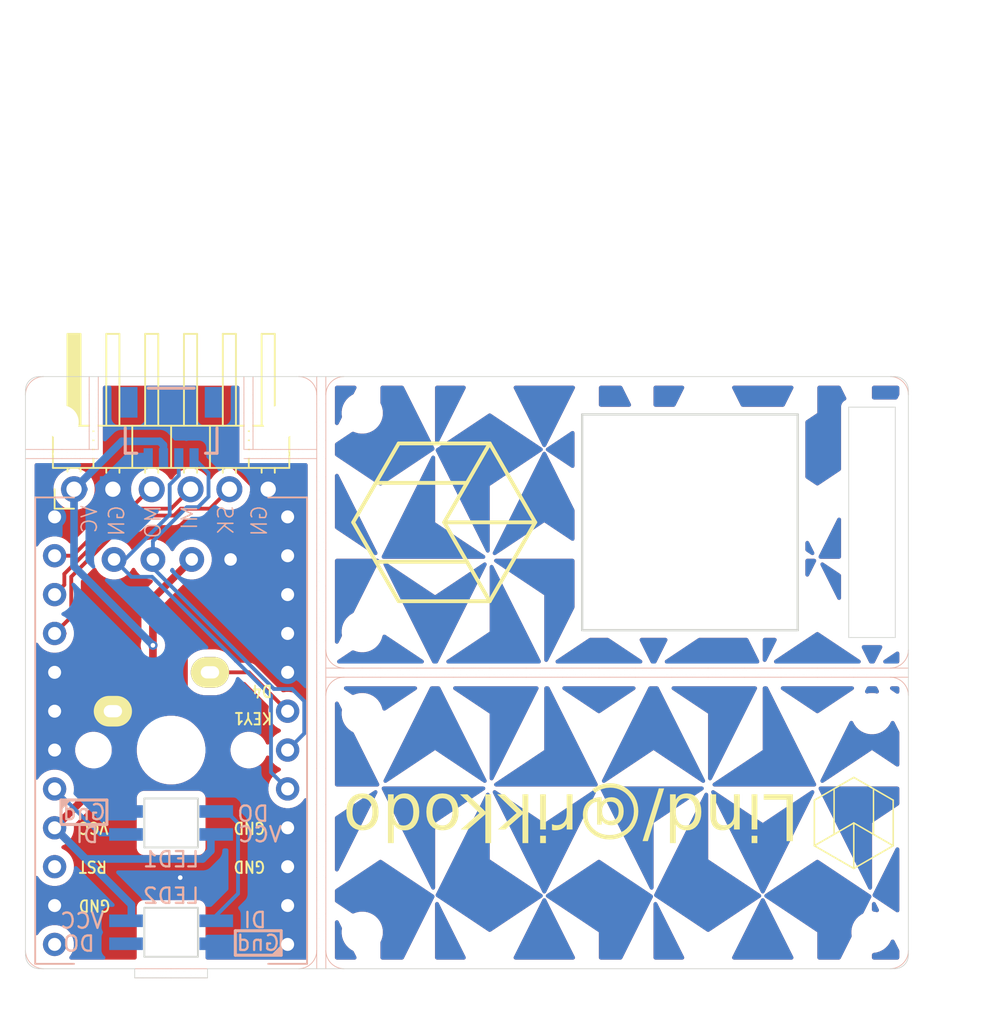
<source format=kicad_pcb>
(kicad_pcb (version 20241229) (generator "pcbnew") (generator_version "9.0")
  (layers (0 "F.Cu" signal) (2 "B.Cu" signal) (13 "F.Paste" user) (15 "B.Paste" user) (5 "F.SilkS" user "F.Silkscreen") (7 "B.SilkS" user "B.Silkscreen") (1 "F.Mask" user) (3 "B.Mask" user) (25 "Edge.Cuts" user))
  (net 0 "")
  (net 1 "SCL")
  (net 2 "SDA")
  (net 3 "LED")
  (net 5 "GND")
  (net 6 "VCC")
  (net 7 "KEY1")
  (net 8 "Net-(LED1-DOUT)")
  (net 13 "SCLK")
  (net 14 "MISO")
  (net 15 "MOSI")
  (footprint "Rikkodo_FootPrint:rkd_cutdot_no_edgecut_1" (layer "F.Cu") (at 78.283884 58.340576 -90)
    (property "Reference" "REF**" (hide yes))
    (property "Value" "rkd_cutdot_no_edgecut_1" (hide yes))
  )
  (footprint "Rikkodo_FootPrint:rkd_cutdot_no_edgecut_4" (layer "F.Cu") (at 93.166328 63.103072 90)
    (property "Reference" "REF**" (hide yes))
    (property "Value" "rkd_cutdot_no_edgecut_4" (hide yes))
  )
  (footprint "Rikkodo_FootPrint:rkd_cutdot_no_edgecut_1" (layer "F.Cu") (at 93.166328 57.745264 -90)
    (property "Reference" "REF**" (hide yes))
    (property "Value" "rkd_cutdot_no_edgecut_1" (hide yes))
  )
  (footprint "Connector_PinHeader_2.54mm:PinHeader_1x06_P2.54mm_Horizontal" (layer "F.Cu") (at 76.99375 61.535 90)
    (property "Reference" "J1" (hide yes))
    (property "Value" "Conn_01x06")
  )
  (footprint "Rikkodo_FootPrint:rkd_cutdot_no_edgecut_4" (layer "F.Cu") (at 93.166328 79.771808 90)
    (property "Reference" "REF**" (hide yes))
    (property "Value" "rkd_cutdot_no_edgecut_4" (hide yes))
  )
  (footprint "Rikkodo_FootPrint:rkd_cutdot_no_edgecut_4" (layer "F.Cu") (at 93.165616 73.818461 90)
    (property "Reference" "REF**" (hide yes))
    (property "Value" "rkd_cutdot_no_edgecut_4" (hide yes))
  )
  (footprint "Rikkodo_FootPrint:rkd_cutdot_no_edgecut_1" (layer "F.Cu") (at 74.414 59.233544 180)
    (property "Reference" "REF**" (hide yes))
    (property "Value" "rkd_cutdot_no_edgecut_1" (hide yes))
  )
  (footprint "Rikkodo_FootPrint:rkd_cutdot_no_edgecut_4" (layer "F.Cu") (at 93.166328 84.534304 90)
    (property "Reference" "REF**" (hide yes))
    (property "Value" "rkd_cutdot_no_edgecut_4" (hide yes))
  )
  (footprint "kbd_Hole:m2_Screw_Hole" (layer "F.Cu") (at 95.845214 90.487564 90)
    (property "Reference" "Ref**")
    (property "Value" "Val**")
  )
  (footprint "kbd_Hole:m2_Screw_Hole" (layer "F.Cu") (at 129.182921 90.487576 90)
    (property "Reference" "Ref**")
    (property "Value" "Val**")
  )
  (footprint "Rikkodo_FootPrint:rkd_cutdot_no_edgecut_1" (layer "F.Cu") (at 88.403832 55.959328 -90)
    (property "Reference" "REF**" (hide yes))
    (property "Value" "rkd_cutdot_no_edgecut_1" (hide yes))
  )
  (footprint "Rikkodo_FootPrint:rkd_cutdot_no_edgecut_1" (layer "F.Cu") (at 93.166328 70.842128 90)
    (property "Reference" "REF**" (hide yes))
    (property "Value" "rkd_cutdot_no_edgecut_1" (hide yes))
  )
  (footprint "kbd_Parts:LED_SK6812MINI-E_BL" (layer "F.Cu") (at 83.34375 83.34375)
    (property "Reference" "LED1")
    (property "Value" "LED_SK6812MINI-E")
    (fp_line (start -1.75 -1.6) (end 1.75 -1.6) (stroke (width 0.12)) (layer "Edge.Cuts"))
    (fp_line (start -1.75 1.6) (end -1.75 -1.6) (stroke (width 0.12)) (layer "Edge.Cuts"))
    (fp_line (start 1.75 -1.6) (end 1.75 1.6) (stroke (width 0.12)) (layer "Edge.Cuts"))
    (fp_line (start 1.75 1.6) (end -1.75 1.6) (stroke (width 0.12)) (layer "Edge.Cuts"))
  )
  (footprint "Rikkodo_FootPrint:rkd_cutdot_no_edgecut_1" (layer "F.Cu") (at 96.440544 73.521032 180)
    (property "Reference" "REF**" (hide yes))
    (property "Value" "rkd_cutdot_no_edgecut_1" (hide yes))
  )
  (footprint "Rikkodo_FootPrint:rkd_cutdot_no_edgecut_1" (layer "F.Cu") (at 130.96864 73.521032)
    (property "Reference" "REF**" (hide yes))
    (property "Value" "rkd_cutdot_no_edgecut_1" (hide yes))
  )
  (footprint "BrownSugar_KBD:OLED_center_display" (layer "F.Cu") (at 83.423125 47.625)
    (property "Reference" "OL1")
    (property "Value" "OLED")
  )
  (footprint "kbd_Hole:m2_Screw_Hole" (layer "F.Cu") (at 95.845214 56.554634 90)
    (property "Reference" "Ref**")
    (property "Value" "Val**")
  )
  (footprint "Rikkodo_FootPrint:rkd_cutdot_no_edgecut_1" (layer "F.Cu") (at 95.24992 73.521032 180)
    (property "Reference" "REF**" (hide yes))
    (property "Value" "rkd_cutdot_no_edgecut_1" (hide yes))
  )
  (footprint "Rikkodo_FootPrint:rkd_cutdot_no_edgecut_1" (layer "F.Cu") (at 93.166328 76.795248 -90)
    (property "Reference" "REF**" (hide yes))
    (property "Value" "rkd_cutdot_no_edgecut_1" (hide yes))
  )
  (footprint "Rikkodo_FootPrint:rkd_cutdot_no_edgecut_1" (layer "F.Cu") (at 92.273718 59.233544 180)
    (property "Reference" "REF**" (hide yes))
    (property "Value" "rkd_cutdot_no_edgecut_1" (hide yes))
  )
  (footprint "Rikkodo_FootPrint:rkd_cutdot_no_edgecut_1" (layer "F.Cu") (at 88.403832 54.768704 -90)
    (property "Reference" "REF**" (hide yes))
    (property "Value" "rkd_cutdot_no_edgecut_1" (hide yes))
  )
  (footprint "kbd_Parts:LED_SK6812MINI-E_BL" (layer "F.Cu") (at 83.34375 90.4875 180)
    (property "Reference" "LED2")
    (property "Value" "LED_SK6812MINI-E")
    (fp_line (start 1.75 1.6) (end -1.75 1.6) (stroke (width 0.12)) (layer "Edge.Cuts"))
    (fp_line (start 1.75 -1.6) (end 1.75 1.6) (stroke (width 0.12)) (layer "Edge.Cuts"))
    (fp_line (start -1.75 1.6) (end -1.75 -1.6) (stroke (width 0.12)) (layer "Edge.Cuts"))
    (fp_line (start -1.75 -1.6) (end 1.75 -1.6) (stroke (width 0.12)) (layer "Edge.Cuts"))
  )
  (footprint "Rikkodo_FootPrint:rkd_cutdot_no_edgecut_4" (layer "F.Cu") (at 118.467088 73.521032)
    (property "Reference" "REF**" (hide yes))
    (property "Value" "rkd_cutdot_no_edgecut_4" (hide yes))
  )
  (footprint "Rikkodo_FootPrint:rkd_cutdot_no_edgecut_1" (layer "F.Cu") (at 93.166328 56.55464 -90)
    (property "Reference" "REF**" (hide yes))
    (property "Value" "rkd_cutdot_no_edgecut_1" (hide yes))
  )
  (footprint "Rikkodo_FootPrint:rkd_cutdot_no_edgecut_1" (layer "F.Cu") (at 78.283884 57.149952 -90)
    (property "Reference" "REF**" (hide yes))
    (property "Value" "rkd_cutdot_no_edgecut_1" (hide yes))
  )
  (footprint "kbd_Hole:m2_Screw_Hole" (layer "F.Cu") (at 129.182921 76.200076 90)
    (property "Reference" "Ref**")
    (property "Value" "Val**")
  )
  (footprint "Rikkodo_FootPrint:rkd_LOGO" (layer "F.Cu") (at 127.99208 83.34368 180)
    (property "Reference" "REF**" (hide yes))
    (property "Value" "rkd_LOGO" (hide yes))
  )
  (footprint "Rikkodo_FootPrint:rkd_cutdot_no_edgecut_4" (layer "F.Cu") (at 127.99208 73.521032)
    (property "Reference" "REF**" (hide yes))
    (property "Value" "rkd_cutdot_no_edgecut_4" (hide yes))
  )
  (footprint "Rikkodo_FootPrint:rkd_cutdot_no_edgecut_1" (layer "F.Cu") (at 89.89247 59.233544 180)
    (property "Reference" "REF**" (hide yes))
    (property "Value" "rkd_cutdot_no_edgecut_1" (hide yes))
  )
  (footprint "Rikkodo_FootPrint:rkd_cutdot_no_edgecut_4" (layer "F.Cu") (at 123.229584 73.521032)
    (property "Reference" "REF**" (hide yes))
    (property "Value" "rkd_cutdot_no_edgecut_4" (hide yes))
  )
  (footprint "Rikkodo_FootPrint:rkd_cutdot_no_edgecut_4" (layer "F.Cu") (at 113.704592 73.521032)
    (property "Reference" "REF**" (hide yes))
    (property "Value" "rkd_cutdot_no_edgecut_4" (hide yes))
  )
  (footprint "kbd_SW:CherryMX_Solder_1u" (layer "F.Cu") (at 83.34375 78.58125)
    (property "Reference" "SW1" (hide yes))
    (property "Value" "SW_Push" (hide yes))
  )
  (footprint "Rikkodo_FootPrint:rkd_cutdot_no_edgecut_1" (layer "F.Cu") (at 76.795248 59.233544 180)
    (property "Reference" "REF**" (hide yes))
    (property "Value" "rkd_cutdot_no_edgecut_1" (hide yes))
  )
  (footprint "Rikkodo_FootPrint:rkd_cutdot_no_edgecut_4" (layer "F.Cu") (at 93.166328 89.2968 90)
    (property "Reference" "REF**" (hide yes))
    (property "Value" "rkd_cutdot_no_edgecut_4" (hide yes))
  )
  (footprint "kbd_Hole:m2_Screw_Hole" (layer "F.Cu") (at 76.199936 57.149952 90)
    (property "Reference" "Ref**")
    (property "Value" "Val**")
  )
  (footprint "Rikkodo_FootPrint:rkd_cutdot_no_edgecut_4" (layer "F.Cu") (at 93.166328 67.865568 90)
    (property "Reference" "REF**" (hide yes))
    (property "Value" "rkd_cutdot_no_edgecut_4" (hide yes))
  )
  (footprint "kbd_Hole:m2_Screw_Hole" (layer "F.Cu") (at 90.4875 57.15 90)
    (property "Reference" "Ref**")
    (property "Value" "Val**")
  )
  (footprint "Rikkodo_FootPrint:rkd_cutdot_no_edgecut_1" (layer "F.Cu") (at 78.283884 55.959328 -90)
    (property "Reference" "REF**" (hide yes))
    (property "Value" "rkd_cutdot_no_edgecut_1" (hide yes))
  )
  (footprint "kbd_Hole:m2_Screw_Hole" (layer "F.Cu") (at 95.845214 70.842134 90)
    (property "Reference" "Ref**")
    (property "Value" "Val**")
  )
  (footprint "Rikkodo_FootPrint:rkd_cutdot_no_edgecut_1_2" (layer "F.Cu") (at 93.166328 54.471048 90)
    (property "Reference" "REF**" (hide yes))
    (property "Value" "rkd_cutdot_no_edgecut_1_2" (hide yes))
  )
  (footprint "Rikkodo_FootPrint:rkd_cutdot_no_edgecut_4" (layer "F.Cu") (at 108.942096 73.521032)
    (property "Reference" "REF**" (hide yes))
    (property "Value" "rkd_cutdot_no_edgecut_4" (hide yes))
  )
  (footprint "Rikkodo_FootPrint:rkd_cutdot_no_edgecut_1" (layer "F.Cu") (at 78.283884 54.768704 -90)
    (property "Reference" "REF**" (hide yes))
    (property "Value" "rkd_cutdot_no_edgecut_1" (hide yes))
  )
  (footprint "Rikkodo_FootPrint:rkd_cutdot_no_edgecut_1" (layer "F.Cu") (at 77.985872 59.233544 180)
    (property "Reference" "REF**" (hide yes))
    (property "Value" "rkd_cutdot_no_edgecut_1" (hide yes))
  )
  (footprint "Rikkodo_FootPrint:rkd_cutdot_no_edgecut_4" (layer "F.Cu") (at 83.343909 93.165617)
    (property "Reference" "REF**" (hide yes))
    (property "Value" "rkd_cutdot_no_edgecut_4" (hide yes))
  )
  (footprint "Rikkodo_FootPrint:rkd_cutdot_no_edgecut_1" (layer "F.Cu") (at 93.166328 58.935888 -90)
    (property "Reference" "REF**" (hide yes))
    (property "Value" "rkd_cutdot_no_edgecut_1" (hide yes))
  )
  (footprint "Rikkodo_FootPrint:rkd_cutdot_no_edgecut_4" (layer "F.Cu") (at 99.417104 73.521032)
    (property "Reference" "REF**" (hide yes))
    (property "Value" "rkd_cutdot_no_edgecut_4" (hide yes))
  )
  (footprint "Rikkodo_FootPrint:rkd_cutdot_no_edgecut_1" (layer "F.Cu") (at 75.604624 59.233544 180)
    (property "Reference" "REF**" (hide yes))
    (property "Value" "rkd_cutdot_no_edgecut_1" (hide yes))
  )
  (footprint "Rikkodo_FootPrint:rkd_cutdot_no_edgecut_1" (layer "F.Cu") (at 88.701846 59.233544 180)
    (property "Reference" "REF**" (hide yes))
    (property "Value" "rkd_cutdot_no_edgecut_1" (hide yes))
  )
  (footprint "kbd_SW_Hole:SW_Hole_1u" (layer "F.Cu") (at 117.276661 63.698491)
    (property "Reference" "SW2" (hide yes))
    (property "Value" "KEY_SWITCH" (hide yes))
    (fp_line (start -7.05 -7.05) (end 7.05 -7.05) (stroke (width 0.15)) (layer "Edge.Cuts"))
    (fp_line (start -7.05 7.05) (end -7.05 -7.05) (stroke (width 0.15)) (layer "Edge.Cuts"))
    (fp_line (start 7.05 -7.05) (end 7.05 7.05) (stroke (width 0.15)) (layer "Edge.Cuts"))
    (fp_line (start 7.05 7.05) (end -7.05 7.05) (stroke (width 0.15)) (layer "Edge.Cuts"))
  )
  (footprint "Rikkodo_FootPrint:rkd_cutdot_no_edgecut_1" (layer "F.Cu") (at 93.166328 92.27336 -90)
    (property "Reference" "REF**" (hide yes))
    (property "Value" "rkd_cutdot_no_edgecut_1" (hide yes))
  )
  (footprint "Rikkodo_FootPrint:rkd_cutdot_no_edgecut_1" (layer "F.Cu") (at 88.403832 58.340576 -90)
    (property "Reference" "REF**" (hide yes))
    (property "Value" "rkd_cutdot_no_edgecut_1" (hide yes))
  )
  (footprint "Rikkodo_FootPrint:rkd_KeyHall_3ox15" (layer "F.Cu") (at 129.182714 63.698384 -90)
    (property "Reference" "LED3" (hide yes))
    (property "Value" "LED_SK6812MINI-E" (hide yes))
    (fp_line (start -7.525 1.525) (end -7.525 -1.525) (stroke (width 0.05)) (layer "Edge.Cuts"))
    (fp_line (start 7.525 1.525) (end -7.525 1.525) (stroke (width 0.05)) (layer "Edge.Cuts"))
    (fp_line (start 7.525 -1.525) (end 7.525 1.525) (stroke (width 0.05)) (layer "Edge.Cuts"))
    (fp_line (start 7.525 -1.525) (end -7.525 -1.525) (stroke (width 0.05)) (layer "Edge.Cuts"))
  )
  (footprint "Rikkodo_FootPrint:rkd_cutdot_no_edgecut_1" (layer "F.Cu") (at 91.083094 59.233544 180)
    (property "Reference" "REF**" (hide yes))
    (property "Value" "rkd_cutdot_no_edgecut_1" (hide yes))
  )
  (footprint "Rikkodo_FootPrint:rkd_LOGO_2x" (layer "F.Cu") (at 101.20321 63.698491 -90)
    (property "Reference" "REF**" (hide yes))
    (property "Value" "rkd_LOGO_2x" (hide yes))
  )
  (footprint "Rikkodo_FootPrint:rkd_cutdot_no_edgecut_1" (layer "F.Cu") (at 88.403832 57.149952 -90)
    (property "Reference" "REF**" (hide yes))
    (property "Value" "rkd_cutdot_no_edgecut_1" (hide yes))
  )
  (footprint "Rikkodo_FootPrint:rkd_cutdot_no_edgecut_4" (layer "F.Cu") (at 104.1796 73.521032)
    (property "Reference" "REF**" (hide yes))
    (property "Value" "rkd_cutdot_no_edgecut_4" (hide yes))
  )
  (footprint "Rikkodo_FootPrint:rkd_cutdot_no_edgecut_1" (layer "F.Cu") (at 93.166328 55.364016 -90)
    (property "Reference" "REF**" (hide yes))
    (property "Value" "rkd_cutdot_no_edgecut_1" (hide yes))
  )
  (footprint "Rikkodo_FootPrint:rkd_cutdot_no_edgecut_1" (layer "F.Cu") (at 94.059296 73.521032)
    (property "Reference" "REF**" (hide yes))
    (property "Value" "rkd_cutdot_no_edgecut_1" (hide yes))
  )
  (footprint "Rikkodo_FootPrint:rkd_cutdot_no_edgecut_1" (layer "F.Cu") (at 93.166328 60.126512 -90)
    (property "Reference" "REF**" (hide yes))
    (property "Value" "rkd_cutdot_no_edgecut_1" (hide yes))
  )
  (footprint "kbd_Hole:m2_Screw_Hole" (layer "F.Cu") (at 95.845214 76.200064 90)
    (property "Reference" "Ref**")
    (property "Value" "Val**")
  )
  (footprint "SparkFun-Connector:JST_SMD_1.0mm-4_Black" (layer "B.Cu") (at 83.34375 59.53125)
    (property "Reference" "J3")
    (property "Value" "Qwiic_RA")
  )
  (footprint "" (layer "B.Cu") (at 91.975832 59.233188 180)
    (property "Reference" "")
    (property "Value" "")
  )
  (footprint "BrownSugar_KBD:ProMicro_r" (layer "B.Cu") (at 83.34375 78.58125)
    (property "Reference" "U1" (hide yes))
    (property "Value" "ProMicro" (hide yes))
  )
  (gr_arc (start 92.86875 91.678125) (mid 92.520024 92.520024) (end 91.678125 92.86875) (stroke (width 0.05)) (layer "B.SilkS"))
  (gr_arc (start 91.678048 54.173392) (mid 92.519947 54.522118) (end 92.868673 55.364017) (stroke (width 0.05)) (layer "B.SilkS"))
  (gr_arc (start 94.654767 73.223498) (mid 93.812868 72.874772) (end 93.464142 72.032873) (stroke (width 0.05)) (layer "B.SilkS"))
  (gr_arc (start 130.373547 73.818813) (mid 131.215446 74.167539) (end 131.564172 75.009438) (stroke (width 0.05)) (layer "B.SilkS"))
  (gr_arc (start 131.564172 72.032873) (mid 131.215446 72.874772) (end 130.373547 73.223498) (stroke (width 0.05)) (layer "B.SilkS"))
  (gr_arc (start 94.654767 92.868827) (mid 93.812868 92.520101) (end 93.464142 91.678202) (stroke (width 0.05)) (layer "B.SilkS"))
  (gr_arc (start 131.564172 91.6782) (mid 131.211721 92.523747) (end 130.363149 92.868848) (stroke (width 0.05)) (layer "B.SilkS"))
  (gr_arc (start 93.464142 75.009438) (mid 93.812868 74.167539) (end 94.654767 73.818813) (stroke (width 0.05)) (layer "B.SilkS"))
  (gr_arc (start 93.464032 55.3641) (mid 93.809103 54.525808) (end 94.644373 54.173484) (stroke (width 0.05)) (layer "B.SilkS"))
  (gr_arc (start 130.373547 54.173484) (mid 131.215446 54.52221) (end 131.564172 55.364109) (stroke (width 0.05)) (layer "B.SilkS"))
  (gr_arc (start 73.818813 55.364108) (mid 74.167539 54.522209) (end 75.009438 54.173483) (stroke (width 0.05)) (layer "B.SilkS"))
  (gr_arc (start 75.009375 92.86875) (mid 74.167476 92.520024) (end 73.81875 91.678125) (stroke (width 0.05)) (layer "B.SilkS"))
  (gr_line (start 131.563952 55.0764) (end 131.564174 91.975859) (stroke (width 0.05)) (layer "Edge.Cuts"))
  (gr_arc (start 74.711656 92.868672) (mid 74.080232 92.607128) (end 73.818688 91.975704) (stroke (width 0.05)) (layer "Edge.Cuts"))
  (gr_line (start 85.724928 93.463984) (end 85.724928 92.868637) (stroke (width 0.05)) (layer "Edge.Cuts"))
  (gr_line (start 80.962432 93.463984) (end 85.724928 93.463984) (stroke (width 0.05)) (layer "Edge.Cuts"))
  (gr_arc (start 73.818688 55.06636) (mid 74.080232 54.434936) (end 74.711656 54.173392) (stroke (width 0.05)) (layer "Edge.Cuts"))
  (gr_line (start 80.962432 92.868672) (end 80.962432 93.463984) (stroke (width 0.05)) (layer "Edge.Cuts"))
  (gr_line (start 85.724928 92.868637) (end 130.664319 92.868827) (stroke (width 0.05)) (layer "Edge.Cuts"))
  (gr_line (start 73.818688 55.06636) (end 73.818751 91.969291) (stroke (width 0.05)) (layer "Edge.Cuts"))
  (gr_arc (start 130.670984 54.173392) (mid 131.305947 54.438496) (end 131.563896 55.076399) (stroke (width 0.05)) (layer "Edge.Cuts"))
  (gr_line (start 80.962432 92.868672) (end 74.7117 92.868672) (stroke (width 0.05)) (layer "Edge.Cuts"))
  (gr_line (start 74.711656 54.173389) (end 130.670984 54.173392) (stroke (width 0.05)) (layer "Edge.Cuts"))
  (gr_arc (start 131.563952 91.975859) (mid 131.302408 92.607283) (end 130.670984 92.868827) (stroke (width 0.05)) (layer "Edge.Cuts"))
  (gr_text "Lind/@rikkodo" (at 124.420205 80.96243 180) (layer "F.SilkS") (effects (font (size 3 3) (thickness 0.1)) (justify left bottom)))
  (gr_text "KEY1" (at 88.701488 76.497592 180) (layer "F.SilkS") (effects (font (size 0.75 0.67) (thickness 0.125))))
  (gr_text "D4" (at 89.2968 74.711656 180) (layer "F.SilkS") (effects (font (size 0.75 0.67) (thickness 0.125))))
  (gr_text "GN" (at 80.367255 62.507865 90) (layer "B.SilkS") (effects (font (size 1 1) (thickness 0.1)) (justify left bottom mirror)))
  (gr_text "GN" (at 89.69375 62.507865 90) (layer "B.SilkS") (effects (font (size 1 1) (thickness 0.1)) (justify left bottom mirror)))
  (gr_text "MO" (at 82.748507 62.507865 90) (layer "B.SilkS") (effects (font (size 1 1) (thickness 0.1)) (justify left bottom mirror)))
  (gr_text "VC" (at 78.581316 62.507865 90) (layer "B.SilkS") (effects (font (size 1 1) (thickness 0.1)) (justify left bottom mirror)))
  (gr_text "SK" (at 87.511011 62.507865 90) (layer "B.SilkS") (effects (font (size 1 1) (thickness 0.1)) (justify left bottom mirror)))
  (gr_text "MI" (at 85.129759 62.507865 90) (layer "B.SilkS") (effects (font (size 1 1) (thickness 0.1)) (justify left bottom mirror)))
  (segment (start 85.78975 60.47725) (end 85.78975 62.022116) (width 0.25) (layer "B.Cu") (net 1))
  (segment (start 85.78975 62.022116) (end 85.100866 62.711) (width 0.25) (layer "B.Cu") (net 1))
  (segment (start 85.100866 62.711) (end 84.373562 62.711) (width 0.25) (layer "B.Cu") (net 1))
  (segment (start 84.84375 59.53125) (end 85.78975 60.47725) (width 0.25) (layer "B.Cu") (net 1))
  (segment (start 92.05175 77.49325) (end 90.96375 78.58125) (width 0.25) (layer "B.Cu") (net 1))
  (segment (start 90.067375 74.58925) (end 91.258 74.58925) (width 0.25) (layer "B.Cu") (net 1))
  (segment (start 82.153125 66.675) (end 90.067375 74.58925) (width 0.25) (layer "B.Cu") (net 1))
  (segment (start 82.153125 64.931437) (end 82.153125 66.125) (width 0.25) (layer "B.Cu") (net 1))
  (segment (start 91.258 74.58925) (end 92.05175 75.383) (width 0.25) (layer "B.Cu") (net 1))
  (segment (start 92.05175 75.383) (end 92.05175 77.49325) (width 0.25) (layer "B.Cu") (net 1))
  (segment (start 82.153125 66.125) (end 82.153125 66.675) (width 0.25) (layer "B.Cu") (net 1))
  (segment (start 84.373562 62.711) (end 82.153125 64.931437) (width 0.25) (layer "B.Cu") (net 1))
  (segment (start 83.84375 59.53125) (end 83.84375 60.641884) (width 0.25) (layer "B.Cu") (net 2))
  (segment (start 89.87575 75.035435) (end 82.101315 67.261) (width 0.25) (layer "B.Cu") (net 2))
  (segment (start 82.101315 67.261) (end 80.749125 67.261) (width 0.25) (layer "B.Cu") (net 2))
  (segment (start 80.749125 67.261) (end 79.613125 66.125) (width 0.25) (layer "B.Cu") (net 2))
  (segment (start 83.84375 60.641884) (end 83.24975 61.235884) (width 0.25) (layer "B.Cu") (net 2))
  (segment (start 83.24975 63.197002) (end 80.321752 66.125) (width 0.25) (layer "B.Cu") (net 2))
  (segment (start 80.321752 66.125) (end 79.613125 66.125) (width 0.25) (layer "B.Cu") (net 2))
  (segment (start 83.24975 61.235884) (end 83.24975 63.197002) (width 0.25) (layer "B.Cu") (net 2))
  (segment (start 89.87575 80.03325) (end 89.87575 75.035435) (width 0.25) (layer "B.Cu") (net 2))
  (segment (start 90.96375 81.12125) (end 89.87575 80.03325) (width 0.25) (layer "B.Cu") (net 2))
  (segment (start 78.69625 84.09375) (end 80.74375 84.09375) (width 0.25) (layer "B.Cu") (net 3))
  (segment (start 75.72375 81.12125) (end 78.69625 84.09375) (width 0.25) (layer "B.Cu") (net 3))
  (segment (start 89.047926 61.535) (end 89.69375 61.535) (width 0.5) (layer "F.Cu") (net 5))
  (segment (start 87.233125 63.995625) (end 89.69375 61.535) (width 0.5) (layer "F.Cu") (net 5))
  (segment (start 75.72375 88.74125) (end 78.26375 86.20125) (width 0.5) (layer "F.Cu") (net 5))
  (segment (start 87.233125 66.125) (end 84.18275 69.175375) (width 0.5) (layer "F.Cu") (net 5))
  (segment (start 86.97275 78.673302) (end 86.97275 79.67025) (width 0.5) (layer "F.Cu") (net 5))
  (segment (start 90.96375 83.66125) (end 90.96375 86.20125) (width 0.5) (layer "F.Cu") (net 5))
  (segment (start 87.233125 66.125) (end 87.233125 63.995625) (width 0.5) (layer "F.Cu") (net 5))
  (segment (start 84.18275 69.175375) (end 84.18275 75.883302) (width 0.5) (layer "F.Cu") (net 5))
  (segment (start 87.35525 59.842324) (end 89.047926 61.535) (width 0.5) (layer "F.Cu") (net 5))
  (segment (start 86.97275 79.67025) (end 90.96375 83.66125) (width 0.5) (layer "F.Cu") (net 5))
  (segment (start 84.18275 75.883302) (end 86.97275 78.673302) (width 0.5) (layer "F.Cu") (net 5))
  (segment (start 81.226426 59.842324) (end 87.35525 59.842324) (width 0.5) (layer "F.Cu") (net 5))
  (segment (start 78.26375 86.20125) (end 90.96375 86.20125) (width 0.5) (layer "F.Cu") (net 5))
  (segment (start 79.53375 61.535) (end 81.226426 59.842324) (width 0.5) (layer "F.Cu") (net 5))
  (via (at 83.939133 86.915698) (size 0.6) (drill 0.3) (layers "F.Cu" "B.Cu") (net 5))
  (segment (start 80.74375 82.59375) (end 80.74375 77.25125) (width 0.5) (layer "B.Cu") (net 5))
  (segment (start 85.84475 79.617198) (end 90.96375 84.736198) (width 0.5) (layer "B.Cu") (net 5))
  (segment (start 79.53375 76.04125) (end 84.340698 76.04125) (width 0.5) (layer "B.Cu") (net 5))
  (segment (start 85.94375 91.2375) (end 87.35625 91.2375) (width 0.5) (layer "B.Cu") (net 5))
  (segment (start 81.84375 59.53125) (end 81.5375 59.53125) (width 0.5) (layer "B.Cu") (net 5))
  (segment (start 90.96375 84.736198) (end 90.96375 86.20125) (width 0.5) (layer "B.Cu") (net 5))
  (segment (start 85.84475 77.545302) (end 85.84475 79.617198) (width 0.5) (layer "B.Cu") (net 5))
  (segment (start 89.75075 87.41425) (end 90.96375 86.20125) (width 0.5) (layer "B.Cu") (net 5))
  (segment (start 87.35625 91.2375) (end 89.75075 88.843) (width 0.5) (layer "B.Cu") (net 5))
  (segment (start 80.74375 77.25125) (end 79.53375 76.04125) (width 0.5) (layer "B.Cu") (net 5))
  (segment (start 81.5375 59.53125) (end 79.53375 61.535) (width 0.5) (layer "B.Cu") (net 5))
  (segment (start 84.340698 76.04125) (end 85.84475 77.545302) (width 0.5) (layer "B.Cu") (net 5))
  (segment (start 89.75075 88.843) (end 89.75075 87.41425) (width 0.5) (layer "B.Cu") (net 5))
  (segment (start 79.71475 78.162274) (end 82.153125 75.723899) (width 0.5) (layer "F.Cu") (net 6))
  (segment (start 79.71475 79.67025) (end 79.71475 78.162274) (width 0.5) (layer "F.Cu") (net 6))
  (segment (start 75.72375 83.66125) (end 79.71475 79.67025) (width 0.5) (layer "F.Cu") (net 6))
  (segment (start 82.153125 75.723899) (end 82.153125 68.665) (width 0.5) (layer "F.Cu") (net 6))
  (segment (start 82.153125 68.665) (end 84.693125 66.125) (width 0.5) (layer "F.Cu") (net 6))
  (via (at 82.153056 71.735096) (size 0.6) (drill 0.3) (layers "F.Cu" "B.Cu") (net 6))
  (segment (start 85.94375 85.155824) (end 85.404824 85.69475) (width 0.5) (layer "B.Cu") (net 6))
  (segment (start 85.94375 84.09375) (end 86.31625 84.09375) (width 0.5) (layer "B.Cu") (net 6))
  (segment (start 80.1235 58.40525) (end 76.99375 61.535) (width 0.5) (layer "B.Cu") (net 6))
  (segment (start 77.639574 61.535) (end 76.99375 61.535) (width 0.5) (layer "B.Cu") (net 6))
  (segment (start 76.99375 66.57579) (end 82.153056 71.735096) (width 0.5) (layer "B.Cu") (net 6))
  (segment (start 85.94375 84.09375) (end 85.94375 85.155824) (width 0.5) (layer "B.Cu") (net 6))
  (segment (start 82.84375 59.53125) (end 82.84375 58.65425) (width 0.5) (layer "B.Cu") (net 6))
  (segment (start 82.84375 58.65425) (end 82.59475 58.40525) (width 0.5) (layer "B.Cu") (net 6))
  (segment (start 80.74375 88.68125) (end 80.74375 89.7375) (width 0.5) (layer "B.Cu") (net 6))
  (segment (start 85.404824 85.69475) (end 77.75725 85.69475) (width 0.5) (layer "B.Cu") (net 6))
  (segment (start 75.72375 83.66125) (end 80.74375 88.68125) (width 0.5) (layer "B.Cu") (net 6))
  (segment (start 82.59475 58.40525) (end 80.1235 58.40525) (width 0.5) (layer "B.Cu") (net 6))
  (segment (start 77.75725 85.69475) (end 75.72375 83.66125) (width 0.5) (layer "B.Cu") (net 6))
  (segment (start 76.99375 61.535) (end 76.99375 66.57579) (width 0.5) (layer "B.Cu") (net 6))
  (segment (start 88.42375 73.50125) (end 90.96375 76.04125) (width 0.25) (layer "F.Cu") (net 7))
  (segment (start 85.88375 73.50125) (end 88.42375 73.50125) (width 0.25) (layer "F.Cu") (net 7))
  (segment (start 86.95575 82.59375) (end 87.71975 83.35775) (width 0.25) (layer "B.Cu") (net 8))
  (segment (start 87.71975 87.9615) (end 85.94375 89.7375) (width 0.25) (layer "B.Cu") (net 8))
  (segment (start 87.71975 83.35775) (end 87.71975 87.9615) (width 0.25) (layer "B.Cu") (net 8))
  (segment (start 85.94375 82.59375) (end 86.95575 82.59375) (width 0.25) (layer "B.Cu") (net 8))
  (segment (start 80.329147 63.736357) (end 76.81175 67.253754) (width 0.25) (layer "F.Cu") (net 13))
  (segment (start 83.98149 62.805416) (end 85.883334 62.805416) (width 0.25) (layer "F.Cu") (net 13))
  (segment (start 76.81175 69.87325) (end 75.72375 70.96125) (width 0.25) (layer "F.Cu") (net 13))
  (segment (start 81.497066 63.256416) (end 83.53049 63.256416) (width 0.25) (layer "F.Cu") (net 13))
  (segment (start 76.81175 67.253754) (end 76.81175 69.87325) (width 0.25) (layer "F.Cu") (net 13))
  (segment (start 83.53049 63.256416) (end 83.98149 62.805416) (width 0.25) (layer "F.Cu") (net 13))
  (segment (start 85.883334 62.805416) (end 87.15375 61.535) (width 0.25) (layer "F.Cu") (net 13))
  (segment (start 81.017125 63.736357) (end 81.497066 63.256416) (width 0.25) (layer "F.Cu") (net 13))
  (segment (start 75.72375 70.96125) (end 76.383422 70.96125) (width 0.25) (layer "F.Cu") (net 13))
  (segment (start 81.017125 63.736357) (end 80.329147 63.736357) (width 0.25) (layer "F.Cu") (net 13))
  (segment (start 80.830315 63.285357) (end 80.142337 63.285357) (width 0.25) (layer "F.Cu") (net 14))
  (segment (start 83.34368 62.805416) (end 81.310256 62.805416) (width 0.25) (layer "F.Cu") (net 14))
  (segment (start 80.142337 63.285357) (end 76.36075 67.066944) (width 0.25) (layer "F.Cu") (net 14))
  (segment (start 84.61375 61.535) (end 84.61375 61.535346) (width 0.25) (layer "F.Cu") (net 14))
  (segment (start 81.310256 62.805416) (end 80.830315 63.285357) (width 0.25) (layer "F.Cu") (net 14))
  (segment (start 84.61375 61.535346) (end 83.34368 62.805416) (width 0.25) (layer "F.Cu") (net 14))
  (segment (start 76.36075 67.78425) (end 75.72375 68.42125) (width 0.25) (layer "F.Cu") (net 14))
  (segment (start 76.36075 67.066944) (end 76.36075 67.78425) (width 0.25) (layer "F.Cu") (net 14))
  (segment (start 79.955527 62.834357) (end 76.908634 65.88125) (width 0.25) (layer "F.Cu") (net 15))
  (segment (start 80.643505 62.834357) (end 79.955527 62.834357) (width 0.25) (layer "F.Cu") (net 15))
  (segment (start 82.07375 61.535) (end 81.942862 61.535) (width 0.25) (layer "F.Cu") (net 15))
  (segment (start 76.908634 65.88125) (end 75.72375 65.88125) (width 0.25) (layer "F.Cu") (net 15))
  (segment (start 81.942862 61.535) (end 80.643505 62.834357) (width 0.25) (layer "F.Cu") (net 15))
  (segment (start 75.72375 65.88125) (end 75.876384 65.88125) (width 0.25) (layer "B.Cu") (net 15))
  (zone (net 0) (net_name "") (layers "F.Cu" "B.Cu") (name "deco") (connect_pads (clearance 0)) (min_thickness 0.25)
    (keepout (tracks allowed) (vias allowed) (pads allowed) (copperpour not_allowed) (footprints allowed))
    (fill (thermal_gap 0.5) (thermal_bridge_width 0.5))
    (polygon (pts (xy 104.179595 80.962793) (xy 100.60772 83.344043) (xy 100.60772 88.106543)))
  )
  (zone (net 0) (net_name "") (layers "F.Cu" "B.Cu") (name "deco") (connect_pads (clearance 0)) (min_thickness 0.25)
    (keepout (tracks allowed) (vias allowed) (pads allowed) (copperpour not_allowed) (footprints allowed))
    (fill (thermal_gap 0.5) (thermal_bridge_width 0.5))
    (polygon (pts (xy 118.467265 66.079733) (xy 114.89539 68.460983) (xy 111.323515 66.079733)))
  )
  (zone (net 0) (net_name "") (layers "F.Cu" "B.Cu") (name "deco") (connect_pads (clearance 0)) (min_thickness 0.25)
    (keepout (tracks allowed) (vias allowed) (pads allowed) (copperpour not_allowed) (footprints allowed))
    (fill (thermal_gap 0.5) (thermal_bridge_width 0.5))
    (polygon (pts (xy 126.802021 54.173917) (xy 129.183097 54.173702) (xy 129.183097 58.936202)))
  )
  (zone (net 0) (net_name "") (layers "F.Cu" "B.Cu") (name "deco") (connect_pads (clearance 0)) (min_thickness 0.25)
    (keepout (tracks allowed) (vias allowed) (pads allowed) (copperpour not_allowed) (footprints allowed))
    (fill (thermal_gap 0.5) (thermal_bridge_width 0.5))
    (polygon (pts (xy 118.467265 66.079733) (xy 122.03914 68.460983) (xy 122.03914 73.223483)))
  )
  (zone (net 0) (net_name "") (layers "F.Cu" "B.Cu") (name "deco") (connect_pads (clearance 0)) (min_thickness 0.25)
    (keepout (tracks allowed) (vias allowed) (pads allowed) (copperpour not_allowed) (footprints allowed))
    (fill (thermal_gap 0.5) (thermal_bridge_width 0.5))
    (polygon (pts (xy 129.183097 58.936202) (xy 132.754972 56.554952) (xy 136.326847 58.936202) (xy 133.945777 54.173917) (xy 131.564525 54.173917)))
  )
  (zone (net 0) (net_name "") (layers "F.Cu" "B.Cu") (name "deco") (connect_pads (clearance 0)) (min_thickness 0.25)
    (keepout (tracks allowed) (vias allowed) (pads allowed) (copperpour not_allowed) (footprints allowed))
    (fill (thermal_gap 0.5) (thermal_bridge_width 0.5))
    (polygon (pts (xy 118.467095 80.962793) (xy 122.03897 78.581543) (xy 122.03897 73.819043)))
  )
  (zone (net 0) (net_name "") (layers "F.Cu" "B.Cu") (name "deco") (connect_pads (clearance 0)) (min_thickness 0.25)
    (keepout (tracks allowed) (vias allowed) (pads allowed) (copperpour not_allowed) (footprints allowed))
    (fill (thermal_gap 0.5) (thermal_bridge_width 0.5))
    (polygon (pts (xy 112.514315 54.173698) (xy 114.895391 54.173483) (xy 114.895391 58.935983)))
  )
  (zone (net 0) (net_name "") (layers "F.Cu" "B.Cu") (name "deco") (connect_pads (clearance 0)) (min_thickness 0.25)
    (keepout (tracks allowed) (vias allowed) (pads allowed) (copperpour not_allowed) (footprints allowed))
    (fill (thermal_gap 0.5) (thermal_bridge_width 0.5))
    (polygon (pts (xy 132.754765 70.842233) (xy 129.18289 73.223483) (xy 132.754765 66.079733)))
  )
  (zone (net 0) (net_name "") (layers "F.Cu" "B.Cu") (name "deco") (connect_pads (clearance 0)) (min_thickness 0.25)
    (keepout (tracks allowed) (vias allowed) (pads allowed) (copperpour not_allowed) (footprints allowed))
    (fill (thermal_gap 0.5) (thermal_bridge_width 0.5))
    (polygon (pts (xy 104.179765 66.079733) (xy 100.60789 63.698483) (xy 100.60789 58.935983)))
  )
  (zone (net 0) (net_name "") (layers "F.Cu" "B.Cu") (name "deco") (connect_pads (clearance 0)) (min_thickness 0.25)
    (keepout (tracks allowed) (vias allowed) (pads allowed) (copperpour not_allowed) (footprints allowed))
    (fill (thermal_gap 0.5) (thermal_bridge_width 0.5))
    (polygon (pts (xy 118.467265 66.079733) (xy 122.03914 63.698483) (xy 125.611015 66.079733)))
  )
  (zone (net 0) (net_name "") (layers "F.Cu" "B.Cu") (name "deco") (connect_pads (clearance 0)) (min_thickness 0.25)
    (keepout (tracks allowed) (vias allowed) (pads allowed) (copperpour not_allowed) (footprints allowed))
    (fill (thermal_gap 0.5) (thermal_bridge_width 0.5))
    (polygon (pts (xy 100.607891 58.935983) (xy 97.036016 61.317233) (xy 93.464142 58.935983) (xy 97.036016 66.079732)))
  )
  (zone (net 0) (net_name "") (layers "F.Cu" "B.Cu") (name "deco") (connect_pads (clearance 0)) (min_thickness 0.25)
    (keepout (tracks allowed) (vias allowed) (pads allowed) (copperpour not_allowed) (footprints allowed))
    (fill (thermal_gap 0.5) (thermal_bridge_width 0.5))
    (polygon (pts (xy 114.895221 88.106543) (xy 118.467096 90.487793) (xy 122.038971 88.106543) (xy 119.657901 92.868828) (xy 117.276649 92.868828)))
  )
  (zone (net 0) (net_name "") (layers "F.Cu" "B.Cu") (name "deco") (connect_pads (clearance 0)) (min_thickness 0.25)
    (keepout (tracks allowed) (vias allowed) (pads allowed) (copperpour not_allowed) (footprints allowed))
    (fill (thermal_gap 0.5) (thermal_bridge_width 0.5))
    (polygon (pts (xy 129.182927 88.106324) (xy 132.754802 90.487574) (xy 136.326677 88.106324) (xy 133.945607 92.868609) (xy 131.564355 92.868609)))
  )
  (zone (net 0) (net_name "") (layers "F.Cu" "B.Cu") (name "deco") (connect_pads (clearance 0)) (min_thickness 0.25)
    (keepout (tracks allowed) (vias allowed) (pads allowed) (copperpour not_allowed) (footprints allowed))
    (fill (thermal_gap 0.5) (thermal_bridge_width 0.5))
    (polygon (pts (xy 104.179765 70.842233) (xy 100.60789 73.223483) (xy 104.179765 66.079733)))
  )
  (zone (net 0) (net_name "") (layers "F.Cu" "B.Cu") (name "deco") (connect_pads (clearance 0)) (min_thickness 0.25)
    (keepout (tracks allowed) (vias allowed) (pads allowed) (copperpour not_allowed) (footprints allowed))
    (fill (thermal_gap 0.5) (thermal_bridge_width 0.5))
    (polygon (pts (xy 104.179595 80.962793) (xy 100.60772 78.581543) (xy 97.035845 80.962793)))
  )
  (zone (net 0) (net_name "") (layers "F.Cu" "B.Cu") (name "deco") (connect_pads (clearance 0)) (min_thickness 0.25)
    (keepout (tracks allowed) (vias allowed) (pads allowed) (copperpour not_allowed) (footprints allowed))
    (fill (thermal_gap 0.5) (thermal_bridge_width 0.5))
    (polygon (pts (xy 100.607721 88.106543) (xy 97.035846 85.725293) (xy 93.463972 88.106543) (xy 97.035846 80.962794)))
  )
  (zone (net 0) (net_name "") (layers "F.Cu" "B.Cu") (name "deco") (connect_pads (clearance 0)) (min_thickness 0.25)
    (keepout (tracks allowed) (vias allowed) (pads allowed) (copperpour not_allowed) (footprints allowed))
    (fill (thermal_gap 0.5) (thermal_bridge_width 0.5))
    (polygon (pts (xy 132.754595 80.962793) (xy 129.18272 83.344043) (xy 129.18272 88.106543)))
  )
  (zone (net 0) (net_name "") (layers "F.Cu" "B.Cu") (name "deco") (connect_pads (clearance 0)) (min_thickness 0.25)
    (keepout (tracks allowed) (vias allowed) (pads allowed) (copperpour not_allowed) (footprints allowed))
    (fill (thermal_gap 0.5) (thermal_bridge_width 0.5))
    (polygon (pts (xy 93.464141 73.223483) (xy 97.036016 70.842233) (xy 100.607891 73.223483) (xy 97.036016 66.079733)))
  )
  (zone (net 0) (net_name "") (layers "F.Cu" "B.Cu") (name "deco") (connect_pads (clearance 0)) (min_thickness 0.25)
    (keepout (tracks allowed) (vias allowed) (pads allowed) (copperpour not_allowed) (footprints allowed))
    (fill (thermal_gap 0.5) (thermal_bridge_width 0.5))
    (polygon (pts (xy 93.464311 66.079733) (xy 93.464141 63.698483) (xy 97.036016 66.079733)))
  )
  (zone (net 0) (net_name "") (layers "F.Cu" "B.Cu") (name "deco") (connect_pads (clearance 0)) (min_thickness 0.25)
    (keepout (tracks allowed) (vias allowed) (pads allowed) (copperpour not_allowed) (footprints allowed))
    (fill (thermal_gap 0.5) (thermal_bridge_width 0.5))
    (polygon (pts (xy 100.607891 58.935983) (xy 104.179766 56.554733) (xy 107.751641 58.935983) (xy 105.370571 54.173698) (xy 102.989319 54.173698)))
  )
  (zone (net 0) (net_name "") (layers "F.Cu" "B.Cu") (name "deco") (connect_pads (clearance 0)) (min_thickness 0.25)
    (keepout (tracks allowed) (vias allowed) (pads allowed) (copperpour not_allowed) (footprints allowed))
    (fill (thermal_gap 0.5) (thermal_bridge_width 0.5))
    (polygon (pts (xy 114.895391 58.935983) (xy 118.467266 56.554733) (xy 122.039141 58.935983) (xy 119.658071 54.173698) (xy 117.276819 54.173698)))
  )
  (zone (net 0) (net_name "") (layers "F.Cu" "B.Cu") (name "deco") (connect_pads (clearance 0)) (min_thickness 0.25)
    (keepout (tracks allowed) (vias allowed) (pads allowed) (copperpour not_allowed) (footprints allowed))
    (fill (thermal_gap 0.5) (thermal_bridge_width 0.5))
    (polygon (pts (xy 98.226645 92.868828) (xy 100.607721 92.869043) (xy 100.607721 88.106543)))
  )
  (zone (net 0) (net_name "") (layers "F.Cu" "B.Cu") (name "deco") (connect_pads (clearance 0)) (min_thickness 0.25)
    (keepout (tracks allowed) (vias allowed) (pads allowed) (copperpour not_allowed) (footprints allowed))
    (fill (thermal_gap 0.5) (thermal_bridge_width 0.5))
    (polygon (pts (xy 122.03914 73.223483) (xy 125.611015 70.842233) (xy 129.18289 73.223483) (xy 125.611015 66.079733)))
  )
  (zone (net 0) (net_name "") (layers "F.Cu" "B.Cu") (name "deco") (connect_pads (clearance 0)) (min_thickness 0.25)
    (keepout (tracks allowed) (vias allowed) (pads allowed) (copperpour not_allowed) (footprints allowed))
    (fill (thermal_gap 0.5) (thermal_bridge_width 0.5))
    (polygon (pts (xy 100.607721 88.106543) (xy 104.179596 90.487793) (xy 107.751471 88.106543) (xy 105.370401 92.868828) (xy 102.989149 92.868828)))
  )
  (zone (net 0) (net_name "") (layers "F.Cu" "B.Cu") (name "deco") (connect_pads (clearance 0)) (min_thickness 0.25)
    (keepout (tracks allowed) (vias allowed) (pads allowed) (copperpour not_allowed) (footprints allowed))
    (fill (thermal_gap 0.5) (thermal_bridge_width 0.5))
    (polygon (pts (xy 107.75147 73.819043) (xy 111.323345 76.200293) (xy 114.89522 73.819043) (xy 111.323345 80.962793)))
  )
  (zone (net 0) (net_name "") (layers "F.Cu" "B.Cu") (name "deco") (connect_pads (clearance 0)) (min_thickness 0.25)
    (keepout (tracks allowed) (vias allowed) (pads allowed) (copperpour not_allowed) (footprints allowed))
    (fill (thermal_gap 0.5) (thermal_bridge_width 0.5))
    (polygon (pts (xy 114.89539 58.935983) (xy 111.323515 61.317233) (xy 107.751641 58.935983) (xy 111.323515 66.079732)))
  )
  (zone (net 0) (net_name "") (layers "F.Cu" "B.Cu") (name "deco") (connect_pads (clearance 0)) (min_thickness 0.25)
    (keepout (tracks allowed) (vias allowed) (pads allowed) (copperpour not_allowed) (footprints allowed))
    (fill (thermal_gap 0.5) (thermal_bridge_width 0.5))
    (polygon (pts (xy 112.514145 92.868828) (xy 114.895221 92.869043) (xy 114.895221 88.106543)))
  )
  (zone (net 5) (net_name "GND") (layers "F.Cu" "B.Cu") (connect_pads yes (clearance 0.5)) (min_thickness 0.25) (fill yes (thermal_gap 0.5) (thermal_bridge_width 0.5))
    (polygon (pts (xy 74.414 59.828856) (xy 78.87884 59.828856) (xy 78.87884 54.768704) (xy 87.80852 54.768704) (xy 87.80852 59.828856) (xy 92.27336 59.828856) (xy 92.27336 92.273438) (xy 74.414 92.273438)))
  )
  (zone (net 0) (net_name "") (layers "F.Cu" "B.Cu") (name "deco") (connect_pads (clearance 0)) (min_thickness 0.25)
    (keepout (tracks allowed) (vias allowed) (pads allowed) (copperpour not_allowed) (footprints allowed))
    (fill (thermal_gap 0.5) (thermal_bridge_width 0.5))
    (polygon (pts (xy 104.179765 66.079733) (xy 107.75164 63.698483) (xy 111.323515 66.079733)))
  )
  (zone (net 0) (net_name "") (layers "F.Cu" "B.Cu") (name "deco") (connect_pads (clearance 0)) (min_thickness 0.25)
    (keepout (tracks allowed) (vias allowed) (pads allowed) (copperpour not_allowed) (footprints allowed))
    (fill (thermal_gap 0.5) (thermal_bridge_width 0.5))
    (polygon (pts (xy 132.754765 66.079733) (xy 129.18289 63.698483) (xy 129.18289 58.935983)))
  )
  (zone (net 0) (net_name "") (layers "F.Cu" "B.Cu") (name "deco") (connect_pads (clearance 0)) (min_thickness 0.25)
    (keepout (tracks allowed) (vias allowed) (pads allowed) (copperpour not_allowed) (footprints allowed))
    (fill (thermal_gap 0.5) (thermal_bridge_width 0.5))
    (polygon (pts (xy 104.179765 66.079733) (xy 100.60789 68.460983) (xy 97.036015 66.079733)))
  )
  (zone (net 0) (net_name "") (layers "F.Cu" "B.Cu") (name "deco") (connect_pads (clearance 0)) (min_thickness 0.25)
    (keepout (tracks allowed) (vias allowed) (pads allowed) (copperpour not_allowed) (footprints allowed))
    (fill (thermal_gap 0.5) (thermal_bridge_width 0.5))
    (polygon (pts (xy 97.036016 54.173482) (xy 97.036016 56.554733) (xy 93.464141 58.935983) (xy 95.845563 54.173698)))
  )
  (zone (net 0) (net_name "") (layers "F.Cu" "B.Cu") (name "deco") (connect_pads (clearance 0)) (min_thickness 0.25)
    (keepout (tracks allowed) (vias allowed) (pads allowed) (copperpour not_allowed) (footprints allowed))
    (fill (thermal_gap 0.5) (thermal_bridge_width 0.5))
    (polygon (pts (xy 118.467265 70.842233) (xy 114.89539 73.223483) (xy 118.467265 66.079733)))
  )
  (zone (net 0) (net_name "") (layers "F.Cu" "B.Cu") (name "deco") (connect_pads (clearance 0)) (min_thickness 0.25)
    (keepout (tracks allowed) (vias allowed) (pads allowed) (copperpour not_allowed) (footprints allowed))
    (fill (thermal_gap 0.5) (thermal_bridge_width 0.5))
    (polygon (pts (xy 97.035846 92.869044) (xy 97.035846 90.487793) (xy 93.463971 88.106543) (xy 95.845393 92.868828)))
  )
  (zone (net 0) (net_name "") (layers "F.Cu" "B.Cu") (name "deco") (connect_pads (clearance 0)) (min_thickness 0.25)
    (keepout (tracks allowed) (vias allowed) (pads allowed) (copperpour not_allowed) (footprints allowed))
    (fill (thermal_gap 0.5) (thermal_bridge_width 0.5))
    (polygon (pts (xy 118.467265 66.079733) (xy 114.89539 63.698483) (xy 114.89539 58.935983)))
  )
  (zone (net 0) (net_name "") (layers "F.Cu" "B.Cu") (name "deco") (connect_pads (clearance 0)) (min_thickness 0.25)
    (keepout (tracks allowed) (vias allowed) (pads allowed) (copperpour not_allowed) (footprints allowed))
    (fill (thermal_gap 0.5) (thermal_bridge_width 0.5))
    (polygon (pts (xy 129.18272 88.106543) (xy 125.610845 85.725293) (xy 122.038971 88.106543) (xy 125.610845 80.962794)))
  )
  (zone (net 0) (net_name "") (layers "F.Cu" "B.Cu") (name "deco") (connect_pads (clearance 0)) (min_thickness 0.25)
    (keepout (tracks allowed) (vias allowed) (pads allowed) (copperpour not_allowed) (footprints allowed))
    (fill (thermal_gap 0.5) (thermal_bridge_width 0.5))
    (polygon (pts (xy 125.611052 92.868825) (xy 125.611052 90.487574) (xy 122.039177 88.106324) (xy 124.420599 92.868609)))
  )
  (zone (net 0) (net_name "") (layers "F.Cu" "B.Cu") (name "deco") (connect_pads (clearance 0)) (min_thickness 0.25)
    (keepout (tracks allowed) (vias allowed) (pads allowed) (copperpour not_allowed) (footprints allowed))
    (fill (thermal_gap 0.5) (thermal_bridge_width 0.5))
    (polygon (pts (xy 93.464141 80.962793) (xy 93.463971 83.344043) (xy 97.035846 80.962793)))
  )
  (zone (net 0) (net_name "") (layers "F.Cu" "B.Cu") (name "deco") (connect_pads (clearance 0)) (min_thickness 0.25)
    (keepout (tracks allowed) (vias allowed) (pads allowed) (copperpour not_allowed) (footprints allowed))
    (fill (thermal_gap 0.5) (thermal_bridge_width 0.5))
    (polygon (pts (xy 118.467095 80.962793) (xy 114.89522 78.581543) (xy 111.323345 80.962793)))
  )
  (zone (net 0) (net_name "") (layers "F.Cu" "B.Cu") (name "deco") (connect_pads (clearance 0)) (min_thickness 0.25)
    (keepout (tracks allowed) (vias allowed) (pads allowed) (copperpour not_allowed) (footprints allowed))
    (fill (thermal_gap 0.5) (thermal_bridge_width 0.5))
    (polygon (pts (xy 104.179595 80.962793) (xy 107.75147 78.581543) (xy 107.75147 73.819043)))
  )
  (zone (net 0) (net_name "") (layers "F.Cu" "B.Cu") (name "deco") (connect_pads (clearance 0)) (min_thickness 0.25)
    (keepout (tracks allowed) (vias allowed) (pads allowed) (copperpour not_allowed) (footprints allowed))
    (fill (thermal_gap 0.5) (thermal_bridge_width 0.5))
    (polygon (pts (xy 104.179765 61.317233) (xy 107.75164 58.935983) (xy 104.179765 66.079733)))
  )
  (zone (net 0) (net_name "") (layers "F.Cu" "B.Cu") (name "deco") (connect_pads (clearance 0)) (min_thickness 0.25)
    (keepout (tracks allowed) (vias allowed) (pads allowed) (copperpour not_allowed) (footprints allowed))
    (fill (thermal_gap 0.5) (thermal_bridge_width 0.5))
    (polygon (pts (xy 104.179595 76.200293) (xy 100.60772 73.819043) (xy 104.179595 80.962793)))
  )
  (zone (net 0) (net_name "") (layers "F.Cu" "B.Cu") (name "deco") (connect_pads (clearance 0)) (min_thickness 0.25)
    (keepout (tracks allowed) (vias allowed) (pads allowed) (copperpour not_allowed) (footprints allowed))
    (fill (thermal_gap 0.5) (thermal_bridge_width 0.5))
    (polygon (pts (xy 132.754595 76.200293) (xy 129.18272 73.819043) (xy 132.754595 80.962793)))
  )
  (zone (net 0) (net_name "") (layers "F.Cu" "B.Cu") (name "deco") (connect_pads (clearance 0)) (min_thickness 0.25)
    (keepout (tracks allowed) (vias allowed) (pads allowed) (copperpour not_allowed) (footprints allowed))
    (fill (thermal_gap 0.5) (thermal_bridge_width 0.5))
    (polygon (pts (xy 129.18289 58.935983) (xy 125.611015 61.317233) (xy 122.039141 58.935983) (xy 125.611015 66.079732)))
  )
  (zone (net 0) (net_name "") (layers "F.Cu" "B.Cu") (name "deco") (connect_pads (clearance 0)) (min_thickness 0.25)
    (keepout (tracks allowed) (vias allowed) (pads allowed) (copperpour not_allowed) (footprints allowed))
    (fill (thermal_gap 0.5) (thermal_bridge_width 0.5))
    (polygon (pts (xy 122.03897 73.819043) (xy 125.610845 76.200293) (xy 129.18272 73.819043) (xy 125.610845 80.962793)))
  )
  (zone (net 0) (net_name "") (layers "F.Cu" "B.Cu") (name "deco") (connect_pads (clearance 0)) (min_thickness 0.25)
    (keepout (tracks allowed) (vias allowed) (pads allowed) (copperpour not_allowed) (footprints allowed))
    (fill (thermal_gap 0.5) (thermal_bridge_width 0.5))
    (polygon (pts (xy 98.226815 54.173698) (xy 100.607891 54.173483) (xy 100.607891 58.935983)))
  )
  (zone (net 0) (net_name "") (layers "F.Cu" "B.Cu") (name "deco") (connect_pads (clearance 0)) (min_thickness 0.25)
    (keepout (tracks allowed) (vias allowed) (pads allowed) (copperpour not_allowed) (footprints allowed))
    (fill (thermal_gap 0.5) (thermal_bridge_width 0.5))
    (polygon (pts (xy 118.467095 85.725293) (xy 122.03897 88.106543) (xy 118.467095 80.962793)))
  )
  (zone (net 0) (net_name "") (layers "F.Cu" "B.Cu") (name "deco") (connect_pads (clearance 0)) (min_thickness 0.25)
    (keepout (tracks allowed) (vias allowed) (pads allowed) (copperpour not_allowed) (footprints allowed))
    (fill (thermal_gap 0.5) (thermal_bridge_width 0.5))
    (polygon (pts (xy 125.611222 54.173701) (xy 125.611222 56.554952) (xy 122.039347 58.936202) (xy 124.420769 54.173917)))
  )
  (zone (net 0) (net_name "") (layers "F.Cu" "B.Cu") (name "deco") (connect_pads (clearance 0)) (min_thickness 0.25)
    (keepout (tracks allowed) (vias allowed) (pads allowed) (copperpour not_allowed) (footprints allowed))
    (fill (thermal_gap 0.5) (thermal_bridge_width 0.5))
    (polygon (pts (xy 93.463971 73.819043) (xy 97.035846 76.200293) (xy 100.607721 73.819043) (xy 97.035846 80.962793)))
  )
  (zone (net 0) (net_name "") (layers "F.Cu" "B.Cu") (name "deco") (connect_pads (clearance 0)) (min_thickness 0.25)
    (keepout (tracks allowed) (vias allowed) (pads allowed) (copperpour not_allowed) (footprints allowed))
    (fill (thermal_gap 0.5) (thermal_bridge_width 0.5))
    (polygon (pts (xy 118.467265 61.317233) (xy 122.03914 58.935983) (xy 118.467265 66.079733)))
  )
  (zone (net 0) (net_name "") (layers "F.Cu" "B.Cu") (name "deco") (connect_pads (clearance 0)) (min_thickness 0.25)
    (keepout (tracks allowed) (vias allowed) (pads allowed) (copperpour not_allowed) (footprints allowed))
    (fill (thermal_gap 0.5) (thermal_bridge_width 0.5))
    (polygon (pts (xy 107.75164 73.223483) (xy 111.323515 70.842233) (xy 114.89539 73.223483) (xy 111.323515 66.079733)))
  )
  (zone (net 0) (net_name "") (layers "F.Cu" "B.Cu") (name "deco") (connect_pads (clearance 0)) (min_thickness 0.25)
    (keepout (tracks allowed) (vias allowed) (pads allowed) (copperpour not_allowed) (footprints allowed))
    (fill (thermal_gap 0.5) (thermal_bridge_width 0.5))
    (polygon (pts (xy 114.89522 88.106543) (xy 111.323345 85.725293) (xy 107.751471 88.106543) (xy 111.323345 80.962794)))
  )
  (zone (net 0) (net_name "") (layers "F.Cu" "B.Cu") (name "deco") (connect_pads (clearance 0)) (min_thickness 0.25)
    (keepout (tracks allowed) (vias allowed) (pads allowed) (copperpour not_allowed) (footprints allowed))
    (fill (thermal_gap 0.5) (thermal_bridge_width 0.5))
    (polygon (pts (xy 118.467095 80.962793) (xy 114.89522 83.344043) (xy 114.89522 88.106543)))
  )
  (zone (net 0) (net_name "") (layers "F.Cu" "B.Cu") (name "deco") (connect_pads (clearance 0)) (min_thickness 0.25)
    (keepout (tracks allowed) (vias allowed) (pads allowed) (copperpour not_allowed) (footprints allowed))
    (fill (thermal_gap 0.5) (thermal_bridge_width 0.5))
    (polygon (pts (xy 111.323346 92.869044) (xy 111.323346 90.487793) (xy 107.751471 88.106543) (xy 110.132893 92.868828)))
  )
  (zone (net 0) (net_name "") (layers "F.Cu" "B.Cu") (name "deco") (connect_pads (clearance 0)) (min_thickness 0.25)
    (keepout (tracks allowed) (vias allowed) (pads allowed) (copperpour not_allowed) (footprints allowed))
    (fill (thermal_gap 0.5) (thermal_bridge_width 0.5))
    (polygon (pts (xy 111.323516 54.173482) (xy 111.323516 56.554733) (xy 107.751641 58.935983) (xy 110.133063 54.173698)))
  )
  (zone (net 0) (net_name "") (layers "F.Cu" "B.Cu") (name "deco") (connect_pads (clearance 0)) (min_thickness 0.25)
    (keepout (tracks allowed) (vias allowed) (pads allowed) (copperpour not_allowed) (footprints allowed))
    (fill (thermal_gap 0.5) (thermal_bridge_width 0.5))
    (polygon (pts (xy 118.467095 76.200293) (xy 114.89522 73.819043) (xy 118.467095 80.962793)))
  )
  (zone (net 0) (net_name "") (layers "F.Cu" "B.Cu") (name "deco") (connect_pads (clearance 0)) (min_thickness 0.25)
    (keepout (tracks allowed) (vias allowed) (pads allowed) (copperpour not_allowed) (footprints allowed))
    (fill (thermal_gap 0.5) (thermal_bridge_width 0.5))
    (polygon (pts (xy 126.801851 92.868609) (xy 129.182927 92.868824) (xy 129.182927 88.106324)))
  )
  (zone (net 0) (net_name "") (layers "F.Cu" "B.Cu") (name "deco") (connect_pads (clearance 0)) (min_thickness 0.25)
    (keepout (tracks allowed) (vias allowed) (pads allowed) (copperpour not_allowed) (footprints allowed))
    (fill (thermal_gap 0.5) (thermal_bridge_width 0.5))
    (polygon (pts (xy 104.179595 80.962793) (xy 107.75147 83.344043) (xy 111.323345 80.962793)))
  )
  (zone (net 0) (net_name "") (layers "F.Cu" "B.Cu") (name "deco") (connect_pads (clearance 0)) (min_thickness 0.25)
    (keepout (tracks allowed) (vias allowed) (pads allowed) (copperpour not_allowed) (footprints allowed))
    (fill (thermal_gap 0.5) (thermal_bridge_width 0.5))
    (polygon (pts (xy 132.754595 80.962793) (xy 129.18272 78.581543) (xy 125.610845 80.962793)))
  )
  (zone (net 0) (net_name "") (layers "F.Cu" "B.Cu") (name "deco") (connect_pads (clearance 0)) (min_thickness 0.25)
    (keepout (tracks allowed) (vias allowed) (pads allowed) (copperpour not_allowed) (footprints allowed))
    (fill (thermal_gap 0.5) (thermal_bridge_width 0.5))
    (polygon (pts (xy 104.179595 85.725293) (xy 107.75147 88.106543) (xy 104.179595 80.962793)))
  )
  (zone (net 0) (net_name "") (layers "F.Cu" "B.Cu") (name "deco") (connect_pads (clearance 0)) (min_thickness 0.25)
    (keepout (tracks allowed) (vias allowed) (pads allowed) (copperpour not_allowed) (footprints allowed))
    (fill (thermal_gap 0.5) (thermal_bridge_width 0.5))
    (polygon (pts (xy 132.754765 66.079733) (xy 129.18289 68.460983) (xy 125.611015 66.079733)))
  )
  (zone (net 0) (net_name "") (layers "F.Cu" "B.Cu") (name "deco") (connect_pads (clearance 0)) (min_thickness 0.25)
    (keepout (tracks allowed) (vias allowed) (pads allowed) (copperpour not_allowed) (footprints allowed))
    (fill (thermal_gap 0.5) (thermal_bridge_width 0.5))
    (polygon (pts (xy 118.467095 80.962793) (xy 122.03897 83.344043) (xy 125.610845 80.962793)))
  )
  (zone (net 0) (net_name "") (layers "F.Cu" "B.Cu") (name "deco") (connect_pads (clearance 0)) (min_thickness 0.25)
    (keepout (tracks allowed) (vias allowed) (pads allowed) (copperpour not_allowed) (footprints allowed))
    (fill (thermal_gap 0.5) (thermal_bridge_width 0.5))
    (polygon (pts (xy 104.179765 66.079733) (xy 107.75164 68.460983) (xy 107.75164 73.223483)))
  )
  (zone (net 0) (net_name "") (layers "F.Cu" "B.Cu") (priority 1) (connect_pads yes (clearance 0.5)) (min_thickness 0.25) (fill yes (thermal_gap 0.5) (thermal_bridge_width 0.5) (island_removal_mode 1) (island_area_min 10))
    (polygon (pts (xy 94.059454 54.768796) (xy 94.059454 72.925842) (xy 130.96886 72.925842) (xy 130.96886 54.768796)))
  )
  (zone (net 0) (net_name "") (layers "F.Cu" "B.Cu") (priority 1) (connect_pads yes (clearance 0.5)) (min_thickness 0.25) (fill yes (thermal_gap 0.5) (thermal_bridge_width 0.5) (island_removal_mode 1) (island_area_min 10))
    (polygon (pts (xy 94.059454 74.414125) (xy 94.059454 92.273515) (xy 130.96886 92.273515) (xy 130.96886 74.414125)))
  )
)
</source>
